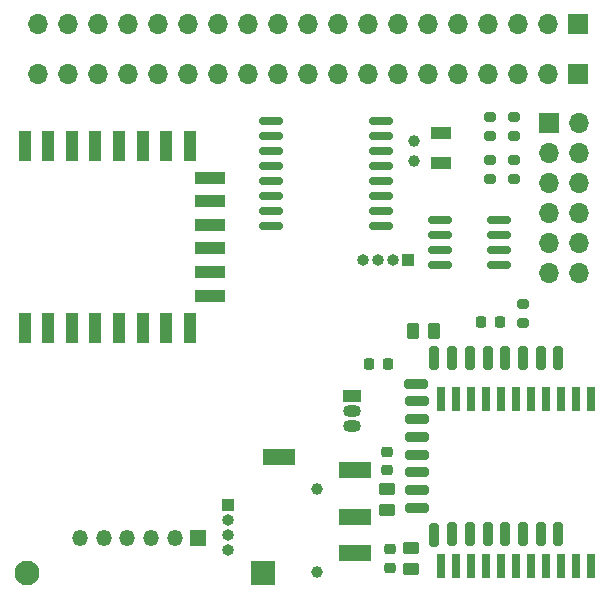
<source format=gbs>
G04 #@! TF.GenerationSoftware,KiCad,Pcbnew,7.0.7*
G04 #@! TF.CreationDate,2023-12-30T15:49:33-05:00*
G04 #@! TF.ProjectId,sensor_node,73656e73-6f72-45f6-9e6f-64652e6b6963,rev?*
G04 #@! TF.SameCoordinates,Original*
G04 #@! TF.FileFunction,Soldermask,Bot*
G04 #@! TF.FilePolarity,Negative*
%FSLAX46Y46*%
G04 Gerber Fmt 4.6, Leading zero omitted, Abs format (unit mm)*
G04 Created by KiCad (PCBNEW 7.0.7) date 2023-12-30 15:49:33*
%MOMM*%
%LPD*%
G01*
G04 APERTURE LIST*
G04 Aperture macros list*
%AMRoundRect*
0 Rectangle with rounded corners*
0 $1 Rounding radius*
0 $2 $3 $4 $5 $6 $7 $8 $9 X,Y pos of 4 corners*
0 Add a 4 corners polygon primitive as box body*
4,1,4,$2,$3,$4,$5,$6,$7,$8,$9,$2,$3,0*
0 Add four circle primitives for the rounded corners*
1,1,$1+$1,$2,$3*
1,1,$1+$1,$4,$5*
1,1,$1+$1,$6,$7*
1,1,$1+$1,$8,$9*
0 Add four rect primitives between the rounded corners*
20,1,$1+$1,$2,$3,$4,$5,0*
20,1,$1+$1,$4,$5,$6,$7,0*
20,1,$1+$1,$6,$7,$8,$9,0*
20,1,$1+$1,$8,$9,$2,$3,0*%
G04 Aperture macros list end*
%ADD10RoundRect,0.250000X-0.262500X-0.450000X0.262500X-0.450000X0.262500X0.450000X-0.262500X0.450000X0*%
%ADD11RoundRect,0.250000X0.450000X-0.262500X0.450000X0.262500X-0.450000X0.262500X-0.450000X-0.262500X0*%
%ADD12C,1.000000*%
%ADD13R,1.000000X1.000000*%
%ADD14O,1.000000X1.000000*%
%ADD15R,1.700000X1.700000*%
%ADD16O,1.700000X1.700000*%
%ADD17R,1.500000X1.050000*%
%ADD18O,1.500000X1.050000*%
%ADD19R,2.100000X2.100000*%
%ADD20C,2.100000*%
%ADD21R,1.350000X1.350000*%
%ADD22O,1.350000X1.350000*%
%ADD23RoundRect,0.218750X0.256250X-0.218750X0.256250X0.218750X-0.256250X0.218750X-0.256250X-0.218750X0*%
%ADD24RoundRect,0.218750X-0.256250X0.218750X-0.256250X-0.218750X0.256250X-0.218750X0.256250X0.218750X0*%
%ADD25RoundRect,0.150000X-0.825000X-0.150000X0.825000X-0.150000X0.825000X0.150000X-0.825000X0.150000X0*%
%ADD26RoundRect,0.200000X0.275000X-0.200000X0.275000X0.200000X-0.275000X0.200000X-0.275000X-0.200000X0*%
%ADD27R,1.100000X2.500000*%
%ADD28R,2.500000X1.100000*%
%ADD29R,0.700000X2.000000*%
%ADD30R,1.800000X1.000000*%
%ADD31RoundRect,0.218750X-0.218750X-0.256250X0.218750X-0.256250X0.218750X0.256250X-0.218750X0.256250X0*%
%ADD32RoundRect,0.200000X-0.200000X0.800000X-0.200000X-0.800000X0.200000X-0.800000X0.200000X0.800000X0*%
%ADD33RoundRect,0.200000X0.800000X0.200000X-0.800000X0.200000X-0.800000X-0.200000X0.800000X-0.200000X0*%
%ADD34RoundRect,0.150000X0.875000X0.150000X-0.875000X0.150000X-0.875000X-0.150000X0.875000X-0.150000X0*%
%ADD35RoundRect,0.102000X1.250000X-0.600000X1.250000X0.600000X-1.250000X0.600000X-1.250000X-0.600000X0*%
G04 APERTURE END LIST*
D10*
X134175000Y-103250000D03*
X136000000Y-103250000D03*
D11*
X134000000Y-123412500D03*
X134000000Y-121587500D03*
X132000000Y-118412500D03*
X132000000Y-116587500D03*
D12*
X134250000Y-87150000D03*
X134250000Y-88850000D03*
D13*
X133750000Y-97250000D03*
D14*
X132480000Y-97250000D03*
X131210000Y-97250000D03*
X129940000Y-97250000D03*
D15*
X148130500Y-77250000D03*
D16*
X145590500Y-77250000D03*
X143050500Y-77250000D03*
X140510500Y-77250000D03*
X137970500Y-77250000D03*
X135430500Y-77250000D03*
X132890500Y-77250000D03*
X130350500Y-77250000D03*
X127810500Y-77250000D03*
X125270500Y-77250000D03*
X122730500Y-77250000D03*
X120190500Y-77250000D03*
X117650500Y-77250000D03*
X115110500Y-77250000D03*
X112570500Y-77250000D03*
X110030500Y-77250000D03*
X107490500Y-77250000D03*
X104950500Y-77250000D03*
X102410500Y-77250000D03*
D15*
X145660500Y-85630000D03*
D16*
X148200500Y-85630000D03*
X145660500Y-88170000D03*
X148200500Y-88170000D03*
X145660500Y-90710000D03*
X148200500Y-90710000D03*
X145660500Y-93250000D03*
X148200500Y-93250000D03*
X145660500Y-95790000D03*
X148200500Y-95790000D03*
X145660500Y-98330000D03*
X148200500Y-98330000D03*
D17*
X129062375Y-108741875D03*
D18*
X129062375Y-110011875D03*
X129062375Y-111281875D03*
D13*
X118500000Y-117980000D03*
D14*
X118500000Y-119250000D03*
X118500000Y-120520000D03*
X118500000Y-121790000D03*
D19*
X121500000Y-123750000D03*
D20*
X101500000Y-123750000D03*
D21*
X116000000Y-120750000D03*
D22*
X114000000Y-120750000D03*
X112000000Y-120750000D03*
X110000000Y-120750000D03*
X108000000Y-120750000D03*
X106000000Y-120750000D03*
D15*
X148120500Y-81500000D03*
D16*
X145580500Y-81500000D03*
X143040500Y-81500000D03*
X140500500Y-81500000D03*
X137960500Y-81500000D03*
X135420500Y-81500000D03*
X132880500Y-81500000D03*
X130340500Y-81500000D03*
X127800500Y-81500000D03*
X125260500Y-81500000D03*
X122720500Y-81500000D03*
X120180500Y-81500000D03*
X117640500Y-81500000D03*
X115100500Y-81500000D03*
X112560500Y-81500000D03*
X110020500Y-81500000D03*
X107480500Y-81500000D03*
X104940500Y-81500000D03*
X102400500Y-81500000D03*
D23*
X132250000Y-123287500D03*
X132250000Y-121712500D03*
D24*
X132000000Y-113462500D03*
X132000000Y-115037500D03*
D25*
X136500000Y-97655000D03*
X136500000Y-96385000D03*
X136500000Y-95115000D03*
X136500000Y-93845000D03*
X141450000Y-93845000D03*
X141450000Y-95115000D03*
X141450000Y-96385000D03*
X141450000Y-97655000D03*
D26*
X142700500Y-86750000D03*
X142700500Y-85100000D03*
D27*
X101300500Y-87550000D03*
X103300500Y-87550000D03*
X105300500Y-87550000D03*
X107300500Y-87550000D03*
X109300500Y-87550000D03*
X111300500Y-87550000D03*
X113300500Y-87550000D03*
X115300500Y-87550000D03*
X115300500Y-102950000D03*
X113300500Y-102950000D03*
X111300500Y-102950000D03*
X109300500Y-102950000D03*
X107300500Y-102950000D03*
X105300500Y-102950000D03*
X103300500Y-102950000D03*
X101300500Y-102950000D03*
D28*
X117000500Y-90240000D03*
X117000500Y-92240000D03*
X117000500Y-94240000D03*
X117000500Y-96240000D03*
X117000500Y-98240000D03*
X117000500Y-100240000D03*
D26*
X140700500Y-86750000D03*
X140700500Y-85100000D03*
D29*
X149250000Y-123100000D03*
X147980000Y-123100000D03*
X146710000Y-123100000D03*
X145440000Y-123100000D03*
X144170000Y-123100000D03*
X142900000Y-123100000D03*
X141630000Y-123100000D03*
X140360000Y-123100000D03*
X139090000Y-123100000D03*
X137820000Y-123100000D03*
X136550000Y-123100000D03*
X136550000Y-109000000D03*
X137820000Y-109000000D03*
X139090000Y-109000000D03*
X140360000Y-109000000D03*
X141630000Y-109000000D03*
X142900000Y-109000000D03*
X144170000Y-109000000D03*
X145440000Y-109000000D03*
X146710000Y-109000000D03*
X147980000Y-109000000D03*
X149250000Y-109000000D03*
D30*
X136550500Y-86500000D03*
X136550500Y-89000000D03*
D31*
X130462500Y-106000000D03*
X132037500Y-106000000D03*
D32*
X146500000Y-120450000D03*
X145000000Y-120450000D03*
X143500000Y-120450000D03*
X142000000Y-120450000D03*
X140500000Y-120450000D03*
X139000000Y-120450000D03*
X137500000Y-120450000D03*
X136000000Y-120500000D03*
D33*
X134500000Y-118200000D03*
X134500000Y-116700000D03*
X134500000Y-115200000D03*
X134500000Y-113700000D03*
X134500000Y-112200000D03*
X134500000Y-110700000D03*
X134500000Y-109200000D03*
X134450000Y-107700000D03*
D32*
X136000000Y-105500000D03*
X137500000Y-105500000D03*
X139000000Y-105500000D03*
X140500000Y-105500000D03*
X142000000Y-105500000D03*
X143500000Y-105500000D03*
X145000000Y-105500000D03*
X146500000Y-105500000D03*
D26*
X143500000Y-102575000D03*
X143500000Y-100925000D03*
D34*
X131450500Y-85420000D03*
X131450500Y-86690000D03*
X131450500Y-87960000D03*
X131450500Y-89230000D03*
X131450500Y-90500000D03*
X131450500Y-91770000D03*
X131450500Y-93040000D03*
X131450500Y-94310000D03*
X122150500Y-94310000D03*
X122150500Y-93040000D03*
X122150500Y-91770000D03*
X122150500Y-90500000D03*
X122150500Y-89230000D03*
X122150500Y-87960000D03*
X122150500Y-86690000D03*
X122150500Y-85420000D03*
D26*
X142700500Y-90400000D03*
X142700500Y-88750000D03*
D31*
X139962500Y-102500000D03*
X141537500Y-102500000D03*
D26*
X140700500Y-90400000D03*
X140700500Y-88750000D03*
D12*
X126050500Y-123600000D03*
X126050500Y-116600000D03*
D35*
X122800500Y-113900000D03*
X129300500Y-115000000D03*
X129300500Y-119000000D03*
X129300500Y-122000000D03*
M02*

</source>
